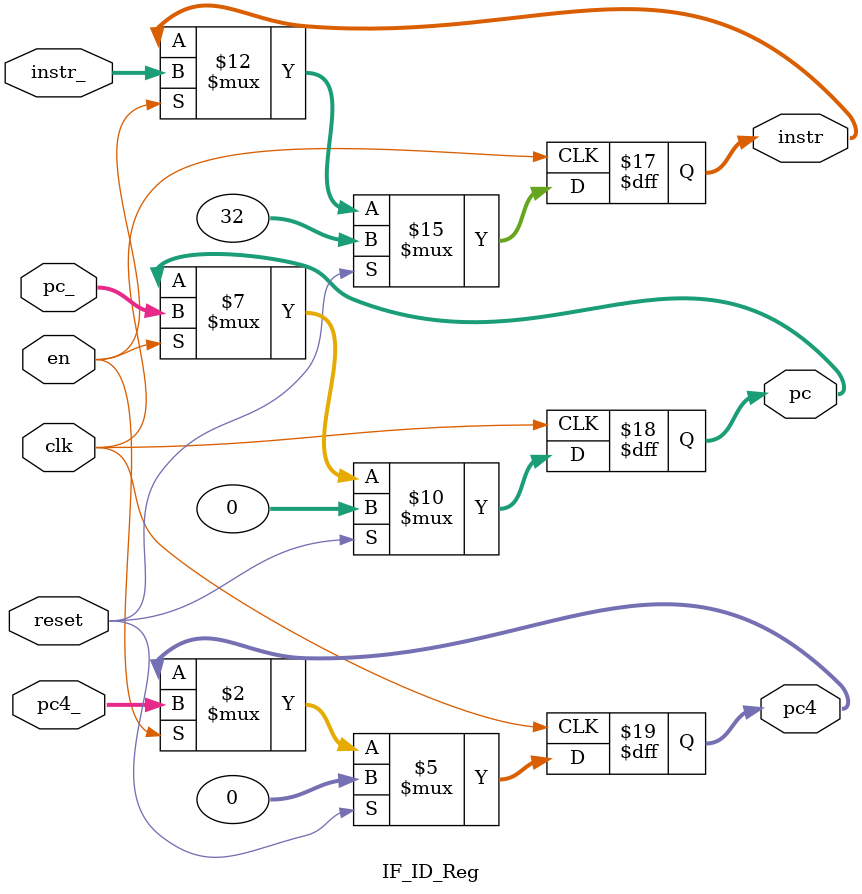
<source format=sv>
module IF_ID_Reg(input logic clk, reset, en, input logic[31:0] instr_, pc_, pc4_, output logic[31:0] instr, pc, pc4);
  always_ff@(posedge clk)
    begin
      if (reset) begin
        instr <= 32'b100000;
        pc <= 0;
        pc4 <= 0;
      end
      else if (en) begin
        instr <= instr_;
        pc <= pc_;
        pc4 <= pc4_;
      end
    end 
endmodule
</source>
